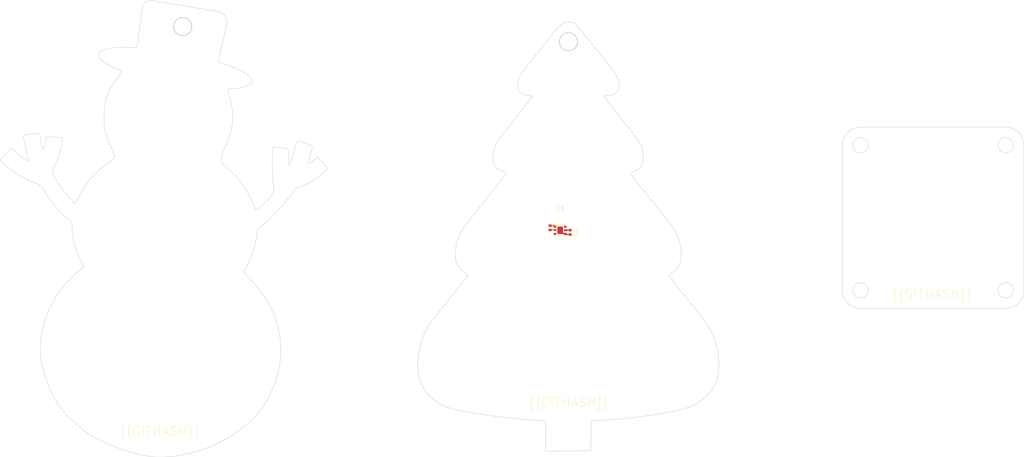
<source format=kicad_pcb>
(kicad_pcb (version 20221018) (generator pcbnew)
  (layers (0 "F.Cu" signal) (31 "B.Cu" signal) (34 "B.Paste" user) (35 "F.Paste" user) (36 "B.SilkS" user "B.Silkscreen") (37 "F.SilkS" user "F.Silkscreen") (38 "B.Mask" user) (39 "F.Mask" user) (44 "Edge.Cuts" user))
  (net 0 "")
  (net 1 "vcc")
  (net 2 "gnd")
  (net 3 "sda")
  (net 4 "scl")
  (footprint "lib:DFN-6_L2.4-W2.4-P0.80-TL-EP" (layer "F.Cu") (at 159.395 100.55)
    (fp_text reference "U1" (at 0 -4.8) (layer "F.SilkS"))
    (fp_text value "")
    (fp_line (start -1.3 -1.3) (end 1.3 -1.3) (stroke (width 0.15)) (layer "F.SilkS"))
    (fp_line (start -1.3 1.3) (end 1.3 1.3) (stroke (width 0.15)) (layer "F.SilkS"))
    (fp_circle (center -1.7 -0.7) (end -1.6 -0.7) (stroke (width 0.1)) (fill none) (layer "F.SilkS"))
    (pad "1" smd rect (at -1.14 -0.8) (size 0.58 0.45) (layers "F.Cu" "F.Paste" "F.Mask") (net 1 "vcc"))
    (pad "2" smd rect (at -1.14 0) (size 0.58 0.45) (layers "F.Cu" "F.Paste" "F.Mask") (net 2 "gnd"))
    (pad "3" smd rect (at -1.14 0.8) (size 0.58 0.45) (layers "F.Cu" "F.Paste" "F.Mask") (net 3 "sda"))
    (pad "4" smd rect (at 1.14 0.8) (size 0.58 0.45) (layers "F.Cu" "F.Paste" "F.Mask") (net 2 "gnd"))
    (pad "5" smd rect (at 1.14 0) (size 0.58 0.45) (layers "F.Cu" "F.Paste" "F.Mask") (net 1 "vcc"))
    (pad "6" smd rect (at 1.14 -0.8) (size 0.58 0.45) (layers "F.Cu" "F.Paste" "F.Mask") (net 4 "scl"))
    (pad "7" smd rect (at 0 0) (size 1.25 1.65) (layers "F.Cu" "F.Paste" "F.Mask") (net 2 "gnd"))
  )
  (footprint "lib:C0402" (layer "F.Cu") (at 157.151861 100.00701 -90)
    (fp_text reference "C2" (at 0 -1.16 90) (layer "F.SilkS"))
    (fp_text value "Multilayer Ceramic Capacitors MLCC - SMD/SMT 1uF 6.3V 0402 RoHS")
    (fp_line (start -0.107836 -0.36) (end 0.107836 -0.36) (stroke (width 0.12)) (layer "F.SilkS"))
    (fp_line (start -0.107836 0.36) (end 0.107836 0.36) (stroke (width 0.12)) (layer "F.SilkS"))
    (pad "1" smd roundrect (at -0.48 0 270) (size 0.56 0.62) (layers "F.Cu" "F.Paste" "F.Mask") (net 1 "vcc"))
    (pad "2" smd roundrect (at 0.48 0 270) (size 0.56 0.62) (layers "F.Cu" "F.Paste" "F.Mask") (net 2 "gnd"))
  )
  (footprint "lib:C0402" (layer "F.Cu") (at 161.628696 101.013782 -90)
    (fp_text reference "C1" (at 0 -1.16 90) (layer "F.SilkS"))
    (fp_text value "Multilayer Ceramic Capacitors MLCC - SMD/SMT 1uF 6.3V 0402 RoHS")
    (fp_line (start -0.107836 -0.36) (end 0.107836 -0.36) (stroke (width 0.12)) (layer "F.SilkS"))
    (fp_line (start -0.107836 0.36) (end 0.107836 0.36) (stroke (width 0.12)) (layer "F.SilkS"))
    (pad "1" smd roundrect (at -0.48 0 270) (size 0.56 0.62) (layers "F.Cu" "F.Paste" "F.Mask") (net 1 "vcc"))
    (pad "2" smd roundrect (at 0.48 0 270) (size 0.56 0.62) (layers "F.Cu" "F.Paste" "F.Mask") (net 2 "gnd"))
  )
  (gr_circle (center 225.62 81.79) (end 227.32 81.79) (stroke (width 0.1)) (fill none) (layer "Edge.Cuts"))
  (gr_circle (center 257.62 113.79) (end 259.32 113.79) (stroke (width 0.1)) (fill none) (layer "Edge.Cuts"))
  (gr_circle (center 257.62 81.79) (end 259.32 81.79) (stroke (width 0.1)) (fill none) (layer "Edge.Cuts"))
  (gr_poly (pts (xy 75.142222 50.797022) (xy 79.756606 51.568267) (xy 82.366969 51.99203) (xy 83.019066 52.095762) (xy 83.303876 52.146979) (xy 83.563537 52.198618) (xy 83.799806 52.251323) (xy 84.01444 52.305736) (xy 84.209196 52.362498) (xy 84.385831 52.422252) (xy 84.546102 52.485641) (xy 84.691766 52.553306) (xy 84.824581 52.62589) (xy 84.946303 52.704035) (xy 85.05869 52.788383) (xy 85.163499 52.879577) (xy 85.262486 52.978258) (xy 85.357409 53.08507) (xy 85.479286 53.234958) (xy 85.586233 53.378736) (xy 85.634185 53.44915) (xy 85.678498 53.519015) (xy 85.719202 53.588656) (xy 85.75633 53.658402) (xy 85.789911 53.728576) (xy 85.819976 53.799506) (xy 85.846558 53.871517) (xy 85.869686 53.944936) (xy 85.889392 54.020089) (xy 85.905707 54.097301) (xy 85.918662 54.176899) (xy 85.928287 54.259209) (xy 85.934615 54.344557) (xy 85.937675 54.433269) (xy 85.937499 54.525672) (xy 85.934119 54.62209) (xy 85.927564 54.722851) (xy 85.917866 54.82828) (xy 85.889166 55.054449) (xy 85.848266 55.303204) (xy 85.795414 55.577155) (xy 85.730859 55.878909) (xy 85.654849 56.211077) (xy 84.878546 59.55341) (xy 84.657875 60.550977) (xy 84.450892 61.532488) (xy 84.331406 62.116419) (xy 84.229648 62.629765) (xy 84.15639 63.017063) (xy 84.122409 63.222849) (xy 84.123062 63.236814) (xy 84.127967 63.251873) (xy 84.137065 63.268001) (xy 84.150302 63.285171) (xy 84.167619 63.303357) (xy 84.188962 63.322534) (xy 84.214273 63.342674) (xy 84.243497 63.363751) (xy 84.313454 63.408613) (xy 84.398381 63.456909) (xy 84.497828 63.50843) (xy 84.611342 63.562966) (xy 84.738473 63.620306) (xy 84.878767 63.680241) (xy 85.031775 63.742561) (xy 85.197043 63.807056) (xy 85.374121 63.873515) (xy 85.562558 63.94173) (xy 85.7619 64.011489) (xy 85.971698 64.082583) (xy 86.585981 64.296029) (xy 87.172975 64.516947) (xy 87.730729 64.744054) (xy 88.257293 64.976069) (xy 88.75072 65.211708) (xy 89.209058 65.449689) (xy 89.63036 65.68873) (xy 90.012676 65.927548) (xy 90.354056 66.16486) (xy 90.652552 66.399385) (xy 90.906214 66.629839) (xy 91.113092 66.85494) (xy 91.271238 67.073405) (xy 91.378702 67.283953) (xy 91.412819 67.385857) (xy 91.433535 67.485301) (xy 91.440605 67.582123) (xy 91.433787 67.676165) (xy 91.41712 67.753004) (xy 91.390362 67.829368) (xy 91.35383 67.905131) (xy 91.307839 67.980165) (xy 91.252707 68.054343) (xy 91.188749 68.12754) (xy 91.116281 68.199626) (xy 91.03562 68.270477) (xy 90.947082 68.339964) (xy 90.850984 68.407961) (xy 90.747641 68.47434) (xy 90.637371 68.538975) (xy 90.520488 68.601739) (xy 90.39731 68.662505) (xy 90.268153 68.721145) (xy 90.133332 68.777534) (xy 89.993165 68.831543) (xy 89.847967 68.883047) (xy 89.543745 68.978027) (xy 89.223197 69.06146) (xy 88.888852 69.132329) (xy 88.54324 69.189618) (xy 88.188892 69.232313) (xy 88.009232 69.24787) (xy 87.828337 69.259397) (xy 87.646523 69.266767) (xy 87.464106 69.269854) (xy 87.202959 69.272042) (xy 86.97453 69.277492) (xy 86.777472 69.288473) (xy 86.690288 69.296746) (xy 86.610443 69.307253) (xy 86.537768 69.320276) (xy 86.472096 69.3361) (xy 86.413258 69.355009) (xy 86.361087 69.377285) (xy 86.315414 69.403211) (xy 86.276071 69.433073) (xy 86.24289 69.467154) (xy 86.215703 69.505736) (xy 86.194342 69.549103) (xy 86.178638 69.59754) (xy 86.168424 69.65133) (xy 86.163532 69.710755) (xy 86.163793 69.776101) (xy 86.169039 69.847649) (xy 86.179102 69.925685) (xy 86.193814 70.010491) (xy 86.236514 70.20155) (xy 86.295792 70.423093) (xy 86.370304 70.677389) (xy 86.458705 70.966708) (xy 86.582128 71.384478) (xy 86.694998 71.803093) (xy 86.797211 72.221567) (xy 86.888665 72.638919) (xy 86.969257 73.054166) (xy 87.038885 73.466323) (xy 87.097447 73.874409) (xy 87.144838 74.277439) (xy 87.180958 74.674432) (xy 87.205702 75.064404) (xy 87.21897 75.446371) (xy 87.220657 75.819352) (xy 87.210662 76.182361) (xy 87.188881 76.534418) (xy 87.155212 76.874538) (xy 87.109553 77.201739) (xy 86.986123 77.871628) (xy 86.830027 78.558912) (xy 86.643845 79.255662) (xy 86.430157 79.953949) (xy 86.19154 80.645848) (xy 85.930575 81.323429) (xy 85.649841 81.978766) (xy 85.351916 82.60393) (xy 85.189192 82.938586) (xy 85.118752 83.093315) (xy 85.055229 83.240939) (xy 84.998352 83.382431) (xy 84.947849 83.518761) (xy 84.903447 83.650903) (xy 84.864875 83.779828) (xy 84.831859 83.906506) (xy 84.804129 84.031911) (xy 84.781412 84.157013) (xy 84.763435 84.282785) (xy 84.749927 84.410197) (xy 84.740615 84.540223) (xy 84.735228 84.673833) (xy 84.733493 84.811999) (xy 84.736223 85.129082) (xy 84.741369 85.261496) (xy 84.750575 85.379459) (xy 84.764997 85.485194) (xy 84.774524 85.534172) (xy 84.785789 85.580928) (xy 84.798934 85.625739) (xy 84.814106 85.668884) (xy 84.831447 85.710641) (xy 84.851104 85.751288) (xy 84.873219 85.791103) (xy 84.897937 85.830364) (xy 84.925403 85.869349) (xy 84.955761 85.908337) (xy 84.989155 85.947605) (xy 85.02573 85.987432) (xy 85.109 86.069873) (xy 85.206725 86.157886) (xy 85.320061 86.253696) (xy 85.598185 86.477602) (xy 86.096863 86.886277) (xy 86.577755 87.306529) (xy 87.04138 87.739064) (xy 87.488258 88.184586) (xy 87.918909 88.6438) (xy 88.333852 89.117412) (xy 88.733607 89.606125) (xy 89.118694 90.110646) (xy 89.489632 90.631678) (xy 89.846941 91.169927) (xy 90.19114 91.726098) (xy 90.52275 92.300895) (xy 90.84229 92.895024) (xy 91.150279 93.509189) (xy 91.447237 94.144095) (xy 91.733683 94.800448) (xy 91.84059 95.047283) (xy 91.945802 95.277558) (xy 92.046625 95.486234) (xy 92.140364 95.668271) (xy 92.224324 95.818627) (xy 92.295813 95.932265) (xy 92.326039 95.973739) (xy 92.352136 96.004143) (xy 92.373767 96.022848) (xy 92.382804 96.027616) (xy 92.390597 96.029223) (xy 92.399173 96.028006) (xy 92.410522 96.024397) (xy 92.441219 96.010237) (xy 92.482045 95.987221) (xy 92.53236 95.955824) (xy 92.591521 95.916524) (xy 92.658887 95.869798) (xy 92.815666 95.755976) (xy 92.997564 95.618173) (xy 93.199447 95.460204) (xy 93.416182 95.285885) (xy 93.642634 95.099032) (xy 93.891007 94.882848) (xy 94.141366 94.648628) (xy 94.390948 94.400061) (xy 94.636991 94.140836) (xy 94.87673 93.874641) (xy 95.107403 93.605164) (xy 95.326247 93.336095) (xy 95.530498 93.071122) (xy 95.717394 92.813933) (xy 95.884171 92.568218) (xy 96.028066 92.337665) (xy 96.146316 92.125962) (xy 96.236159 91.936798) (xy 96.294829 91.773863) (xy 96.311612 91.703383) (xy 96.319566 91.640844) (xy 96.318345 91.586706) (xy 96.307605 91.54143) (xy 96.264441 91.378418) (xy 96.221593 91.121805) (xy 96.138989 90.373142) (xy 96.064068 89.386161) (xy 96.001109 88.251583) (xy 95.954389 87.060129) (xy 95.928186 85.902519) (xy 95.926777 84.869474) (xy 95.95444 84.051714) (xy 96.07471 82.177477) (xy 97.36716 82.304781) (xy 98.13507 82.379263) (xy 98.441266 82.413109) (xy 98.700599 82.449744) (xy 98.916803 82.492956) (xy 99.009898 82.518212) (xy 99.09361 82.546534) (xy 99.168406 82.578395) (xy 99.234753 82.614268) (xy 99.293117 82.654627) (xy 99.343964 82.699946) (xy 99.387763 82.750698) (xy 99.424978 82.807357) (xy 99.456076 82.870396) (xy 99.481525 82.94029) (xy 99.501791 83.017511) (xy 99.51734 83.102533) (xy 99.536155 83.297877) (xy 99.541702 83.530109) (xy 99.537716 83.803018) (xy 99.51607 84.486025) (xy 99.501811 85.019341) (xy 99.495778 85.429631) (xy 99.49953 85.727933) (xy 99.505563 85.838537) (xy 99.514626 85.925284) (xy 99.526915 85.989553) (xy 99.542625 86.032723) (xy 99.551823 86.046828) (xy 99.56195 86.056175) (xy 99.573029 86.060938) (xy 99.585085 86.061289) (xy 99.612224 86.049443) (xy 99.643564 86.022019) (xy 99.679299 85.980395) (xy 99.719623 85.925951) (xy 99.770963 85.835961) (xy 99.83738 85.6921) (xy 100.00736 85.267042) (xy 100.213404 84.699332) (xy 100.439353 84.037526) (xy 100.669049 83.330178) (xy 100.886332 82.625845) (xy 101.075044 81.973082) (xy 101.219027 81.420443) (xy 101.232451 81.367288) (xy 101.246658 81.317349) (xy 101.261814 81.270604) (xy 101.278084 81.227032) (xy 101.295634 81.186611) (xy 101.314631 81.149321) (xy 101.33524 81.115138) (xy 101.357628 81.084043) (xy 101.381959 81.056013) (xy 101.4084 81.031027) (xy 101.437117 81.009064) (xy 101.468275 80.990102) (xy 101.502041 80.974119) (xy 101.538581 80.961095) (xy 101.578059 80.951007) (xy 101.620643 80.943835) (xy 101.666497 80.939556) (xy 101.715788 80.938149) (xy 101.768682 80.939594) (xy 101.825345 80.943867) (xy 101.885942 80.950949) (xy 101.950639 80.960817) (xy 102.019603 80.97345) (xy 102.092998 80.988826) (xy 102.170992 81.006924) (xy 102.253749 81.027723) (xy 102.434219 81.077337) (xy 102.635734 81.137495) (xy 102.859622 81.208025) (xy 103.581471 81.438726) (xy 103.868146 81.535185) (xy 104.108644 81.625316) (xy 104.212356 81.669476) (xy 104.305459 81.713816) (xy 104.388264 81.758923) (xy 104.461082 81.805384) (xy 104.524226 81.853787) (xy 104.578006 81.904719) (xy 104.622735 81.958768) (xy 104.658725 82.01652) (xy 104.686285 82.078563) (xy 104.705729 82.145484) (xy 104.717368 82.217871) (xy 104.721513 82.296311) (xy 104.718476 82.381392) (xy 104.708568 82.4737) (xy 104.692102 82.573823) (xy 104.669388 82.682348) (xy 104.606464 82.926954) (xy 104.522289 83.212218) (xy 104.300158 83.92351) (xy 104.076968 84.658354) (xy 103.993442 84.95378) (xy 103.929762 85.203046) (xy 103.886777 85.407528) (xy 103.865337 85.568604) (xy 103.862962 85.633296) (xy 103.866292 85.687652) (xy 103.875434 85.731846) (xy 103.890492 85.766049) (xy 103.911574 85.790433) (xy 103.938786 85.805172) (xy 103.972234 85.810436) (xy 104.012025 85.806398) (xy 104.058263 85.79323) (xy 104.111056 85.771105) (xy 104.236732 85.700671) (xy 104.3899 85.596472) (xy 104.571411 85.459887) (xy 105.02286 85.095065) (xy 105.918216 84.355181) (xy 106.388476 84.86751) (xy 106.496975 84.987739) (xy 106.625318 85.133369) (xy 106.92254 85.478508) (xy 107.242155 85.858286) (xy 107.546176 86.22806) (xy 108.2336 87.076296) (xy 106.72333 88.254687) (xy 106.031007 88.783192) (xy 105.392025 89.245391) (xy 105.089314 89.453516) (xy 104.796071 89.647331) (xy 104.511007 89.827593) (xy 104.232833 89.995056) (xy 103.960259 90.150478) (xy 103.691998 90.294613) (xy 103.426759 90.428217) (xy 103.163254 90.552046) (xy 102.900193 90.666855) (xy 102.636288 90.773401) (xy 102.370249 90.872439) (xy 102.100787 90.964724) (xy 101.955978 91.013649) (xy 101.818902 91.062832) (xy 101.689432 91.112348) (xy 101.567439 91.162273) (xy 101.452795 91.212683) (xy 101.345371 91.263651) (xy 101.245039 91.315254) (xy 101.151671 91.367567) (xy 101.065138 91.420665) (xy 100.985313 91.474624) (xy 100.912065 91.529517) (xy 100.845269 91.585421) (xy 100.784794 91.642412) (xy 100.730512 91.700563) (xy 100.682296 91.759951) (xy 100.640017 91.82065) (xy 100.313962 92.312951) (xy 99.958065 92.82026) (xy 99.575318 93.339289) (xy 99.168711 93.866747) (xy 98.741234 94.399346) (xy 98.295878 94.933795) (xy 97.835635 95.466804) (xy 97.363494 95.995083) (xy 96.882446 96.515343) (xy 96.395482 97.024295) (xy 95.905593 97.518647) (xy 95.415769 97.995111) (xy 94.929002 98.450396) (xy 94.44828 98.881213) (xy 93.976596 99.284272) (xy 93.51694 99.656283) (xy 93.364132 99.777198) (xy 93.228349 99.887118) (xy 93.108601 99.987555) (xy 93.003899 100.080022) (xy 92.913256 100.166032) (xy 92.835682 100.247098) (xy 92.770188 100.324733) (xy 92.741662 100.362737) (xy 92.715786 100.40045) (xy 92.692435 100.438062) (xy 92.671487 100.475762) (xy 92.652817 100.513738) (xy 92.636302 100.552181) (xy 92.621819 100.591279) (xy 92.609244 100.631221) (xy 92.589322 100.714395) (xy 92.575548 100.803215) (xy 92.566934 100.899195) (xy 92.56249 101.003847) (xy 92.561229 101.118685) (xy 92.548214 101.459191) (xy 92.510172 101.840399) (xy 92.448603 102.257479) (xy 92.365007 102.705605) (xy 92.260885 103.179948) (xy 92.137739 103.675679) (xy 91.997068 104.187971) (xy 91.840373 104.711996) (xy 91.669155 105.242926) (xy 91.484915 105.775933) (xy 91.289154 106.306188) (xy 91.083372 106.828864) (xy 90.86907 107.339132) (xy 90.647749 107.832164) (xy 90.420909 108.303133) (xy 90.190051 108.74721) (xy 89.658061 109.729433) (xy 90.799319 111.025652) (xy 91.552256 111.894452) (xy 92.247519 112.726345) (xy 92.887901 113.52649) (xy 93.476195 114.300047) (xy 94.015193 115.052178) (xy 94.507688 115.788042) (xy 94.956473 116.5128) (xy 95.364341 117.231612) (xy 95.734083 117.949638) (xy 96.068493 118.672038) (xy 96.370364 119.403974) (xy 96.642488 120.150605) (xy 96.887657 120.917091) (xy 97.108665 121.708593) (xy 97.308304 122.530271) (xy 97.489367 123.387286) (xy 97.659586 124.435519) (xy 97.764545 125.512723) (xy 97.805707 126.613102) (xy 97.784533 127.73086) (xy 97.702485 128.860202) (xy 97.561026 129.995332) (xy 97.361618 131.130454) (xy 97.105722 132.259774) (xy 96.794801 133.377494) (xy 96.430316 134.47782) (xy 96.01373 135.554956) (xy 95.546505 136.603107) (xy 95.030102 137.616476) (xy 94.465984 138.589268) (xy 93.855613 139.515689) (xy 93.20045 140.389941) (xy 92.386005 141.350273) (xy 91.510226 142.273552) (xy 90.576227 143.158109) (xy 89.587122 144.002278) (xy 88.546024 144.80439) (xy 87.456048 145.562779) (xy 86.320308 146.275777) (xy 85.141916 146.941716) (xy 83.923988 147.558929) (xy 82.669636 148.125749) (xy 81.381976 148.640508) (xy 80.06412 149.101539) (xy 78.719182 149.507174) (xy 77.350277 149.855747) (xy 75.960518 150.145589) (xy 74.553019 150.375033) (xy 73.862872 150.459306) (xy 73.131633 150.525975) (xy 72.383923 150.574372) (xy 71.644361 150.603827) (xy 70.93757 150.613671) (xy 70.288169 150.603235) (xy 69.720779 150.57185) (xy 69.475532 150.548093) (xy 69.26002 150.518847) (xy 69.260051 150.518832) (xy 67.831835 150.262486) (xy 66.416949 149.953785) (xy 65.016193 149.592984) (xy 63.630368 149.180338) (xy 62.260274 148.716103) (xy 60.90671 148.200532) (xy 59.570477 147.633881) (xy 58.252375 147.016405) (xy 57.283074 146.528505) (xy 56.847829 146.298277) (xy 56.438641 146.072324) (xy 56.050351 145.846994) (xy 55.6778 145.618633) (xy 55.315827 145.383588) (xy 54.959273 145.138205) (xy 54.602979 144.87883) (xy 54.241783 144.601811) (xy 53.870528 144.303492) (xy 53.484054 143.980222) (xy 52.644807 143.244211) (xy 51.682765 142.36455) (xy 51.097036 141.804159) (xy 50.54538 141.238954) (xy 50.025658 140.665073) (xy 49.535731 140.078649) (xy 49.07346 139.475819) (xy 48.636705 138.852719) (xy 48.223328 138.205483) (xy 47.831189 137.530249) (xy 47.458149 136.823151) (xy 47.10207 136.080325) (xy 46.760812 135.297907) (xy 46.432236 134.472032) (xy 46.114202 133.598836) (xy 45.804573 132.674455) (xy 45.501208 131.695024) (xy 45.201968 130.656679) (xy 45.078569 130.147371) (xy 44.978794 129.594224) (xy 44.90231 129.00242) (xy 44.848785 128.377144) (xy 44.817886 127.723579) (xy 44.809281 127.046907) (xy 44.822637 126.352311) (xy 44.857621 125.644974) (xy 44.913901 124.93008) (xy 44.991145 124.212811) (xy 45.089019 123.498351) (xy 45.207191 122.791883) (xy 45.345328 122.098589) (xy 45.503099 121.423652) (xy 45.68017 120.772256) (xy 45.876208 120.149584) (xy 46.005143 119.787909) (xy 46.154924 119.401263) (xy 46.508073 118.570286) (xy 46.917749 117.69111) (xy 47.366047 116.79819) (xy 47.83506 115.92598) (xy 48.306883 115.108937) (xy 48.76361 114.381515) (xy 48.980717 114.062179) (xy 49.187335 113.77817) (xy 49.387433 113.519297) (xy 49.599256 113.255538) (xy 50.056372 112.715109) (xy 50.555279 112.160374) (xy 51.092575 111.594824) (xy 51.664855 111.021952) (xy 52.268718 110.445248) (xy 52.900758 109.868205) (xy 53.557574 109.294314) (xy 54.329783 108.634142) (xy 53.616031 107.110232) (xy 53.390001 106.6154) (xy 53.179365 106.128819) (xy 52.984012 105.650049) (xy 52.803829 105.178652) (xy 52.638704 104.71419) (xy 52.488525 104.256224) (xy 52.353181 103.804315) (xy 52.232559 103.358025) (xy 52.126547 102.916915) (xy 52.035034 102.480548) (xy 51.957906 102.048484) (xy 51.895053 101.620284) (xy 51.846363 101.195511) (xy 51.811722 100.773726) (xy 51.79102 100.35449) (xy 51.784144 99.937365) (xy 51.780657 99.620612) (xy 51.776007 99.482669) (xy 51.769161 99.357285) (xy 51.759927 99.243666) (xy 51.748111 99.141014) (xy 51.733519 99.048534) (xy 51.715958 98.96543) (xy 51.695233 98.890904) (xy 51.671153 98.824161) (xy 51.643523 98.764406) (xy 51.612149 98.71084) (xy 51.576839 98.662669) (xy 51.537399 98.619096) (xy 51.493635 98.579325) (xy 51.445353 98.542559) (xy 51.149902 98.324092) (xy 50.839064 98.073347) (xy 50.514896 97.792628) (xy 50.179453 97.484238) (xy 49.834791 97.150482) (xy 49.482966 96.793665) (xy 49.126033 96.41609) (xy 48.766047 96.020062) (xy 48.405065 95.607885) (xy 48.045142 95.181864) (xy 47.688333 94.744302) (xy 47.336694 94.297504) (xy 46.992281 93.843774) (xy 46.657149 93.385417) (xy 46.333354 92.924737) (xy 46.022952 92.464037) (xy 45.611719 91.844971) (xy 45.279782 91.362091) (xy 45.137757 91.165551) (xy 45.008606 90.995655) (xy 44.89001 90.849933) (xy 44.779654 90.725918) (xy 44.675221 90.621143) (xy 44.574392 90.533138) (xy 44.474852 90.459437) (xy 44.374284 90.397571) (xy 44.27037 90.345073) (xy 44.160793 90.299474) (xy 44.043237 90.258307) (xy 43.915385 90.219103) (xy 43.593888 90.117525) (xy 43.255864 89.996009) (xy 42.903268 89.855657) (xy 42.538058 89.697573) (xy 42.162189 89.522858) (xy 41.777618 89.332616) (xy 41.386301 89.127951) (xy 40.990194 88.909964) (xy 40.591254 88.679759) (xy 40.191438 88.438438) (xy 39.792701 88.187105) (xy 39.396999 87.926862) (xy 39.00629 87.658812) (xy 38.622529 87.384058) (xy 38.247673 87.103703) (xy 37.883677 86.81885) (xy 37.49456 86.502783) (xy 37.131548 86.199554) (xy 36.802586 85.916398) (xy 36.515619 85.660548) (xy 36.278593 85.439239) (xy 36.099452 85.259705) (xy 36.034071 85.187865) (xy 35.986141 85.129182) (xy 35.956654 85.08456) (xy 35.946605 85.054903) (xy 35.948192 85.042433) (xy 35.952903 85.026953) (xy 35.971384 84.987332) (xy 36.001425 84.936776) (xy 36.042403 84.876021) (xy 36.093695 84.805804) (xy 36.154681 84.726859) (xy 36.224736 84.639924) (xy 36.303239 84.545735) (xy 36.389567 84.445026) (xy 36.483097 84.338536) (xy 36.689276 84.11115) (xy 36.916796 83.869466) (xy 37.037003 83.745102) (xy 37.160678 83.619372) (xy 38.374759 82.395922) (xy 39.365809 83.301684) (xy 39.814301 83.698656) (xy 40.266196 84.075272) (xy 40.704205 84.419302) (xy 41.111041 84.718514) (xy 41.469414 84.960676) (xy 41.625024 85.056541) (xy 41.762035 85.133557) (xy 41.878286 85.190195) (xy 41.971615 85.224926) (xy 42.039863 85.236222) (xy 42.063905 85.232603) (xy 42.080867 85.222552) (xy 42.085566 85.215268) (xy 42.089233 85.203934) (xy 42.093537 85.169549) (xy 42.093921 85.120268) (xy 42.090523 85.056964) (xy 42.083485 84.98051) (xy 42.072948 84.891778) (xy 42.059051 84.79164) (xy 42.041937 84.68097) (xy 41.998614 84.43152) (xy 41.944105 84.150408) (xy 41.879534 83.844615) (xy 41.806025 83.52112) (xy 41.578977 82.541169) (xy 41.399614 81.732306) (xy 41.265507 81.079136) (xy 41.174225 80.56626) (xy 41.123338 80.17828) (xy 41.112283 80.026315) (xy 41.110416 79.899799) (xy 41.117432 79.796809) (xy 41.133029 79.71542) (xy 41.156901 79.653706) (xy 41.188746 79.609743) (xy 41.213078 79.592846) (xy 41.252556 79.575085) (xy 41.372962 79.537437) (xy 41.541984 79.497733) (xy 41.751641 79.456905) (xy 42.26094 79.37561) (xy 42.837013 79.301016) (xy 43.416018 79.240586) (xy 43.934111 79.201782) (xy 44.150364 79.192822) (xy 44.327447 79.192067) (xy 44.45738 79.20045) (xy 44.532183 79.218905) (xy 44.538527 79.223215) (xy 44.545097 79.229471) (xy 44.551878 79.23762) (xy 44.558855 79.247608) (xy 44.573336 79.272888) (xy 44.588416 79.304879) (xy 44.603974 79.343154) (xy 44.619887 79.387282) (xy 44.636031 79.436835) (xy 44.652284 79.491383) (xy 44.668525 79.550496) (xy 44.684629 79.613746) (xy 44.700475 79.680703) (xy 44.715939 79.750937) (xy 44.7309 79.82402) (xy 44.745234 79.899521) (xy 44.75882 79.977012) (xy 44.771533 80.056063) (xy 44.946351 81.130774) (xy 45.025944 81.564983) (xy 45.101061 81.931234) (xy 45.172253 82.230134) (xy 45.24007 82.462288) (xy 45.305063 82.628302) (xy 45.336673 82.686696) (xy 45.367783 82.728781) (xy 45.398463 82.754634) (xy 45.428781 82.764331) (xy 45.458807 82.757947) (xy 45.488608 82.735557) (xy 45.518254 82.697238) (xy 45.547814 82.643066) (xy 45.606951 82.487462) (xy 45.666568 82.269351) (xy 45.727218 81.98934) (xy 45.78945 81.648032) (xy 45.853816 81.246035) (xy 46.055377 79.918581) (xy 47.417926 79.96628) (xy 48.109143 79.993687) (xy 48.392021 80.009194) (xy 48.636741 80.027435) (xy 48.846051 80.049559) (xy 49.022696 80.076715) (xy 49.169424 80.110051) (xy 49.288982 80.150717) (xy 49.339431 80.174158) (xy 49.384117 80.199861) (xy 49.423385 80.227972) (xy 49.457577 80.258632) (xy 49.487036 80.291987) (xy 49.512107 80.32818) (xy 49.533132 80.367353) (xy 49.550455 80.409652) (xy 49.575367 80.504197) (xy 49.589592 80.612965) (xy 49.595876 80.737105) (xy 49.596965 80.877764) (xy 49.590289 81.099803) (xy 49.571905 81.336737) (xy 49.542029 81.587807) (xy 49.500879 81.852253) (xy 49.448672 82.129318) (xy 49.385623 82.418243) (xy 49.311951 82.718269) (xy 49.227873 83.028637) (xy 49.133604 83.34859) (xy 49.029362 83.677367) (xy 48.915364 84.014212) (xy 48.791827 84.358364) (xy 48.658967 84.709065) (xy 48.517002 85.065558) (xy 48.366148 85.427082) (xy 48.206622 85.792879) (xy 47.949769 86.374791) (xy 47.755997 86.832451) (xy 47.68104 87.021721) (xy 47.619784 87.188367) (xy 47.571537 87.335205) (xy 47.535609 87.465048) (xy 47.511311 87.580709) (xy 47.497952 87.685002) (xy 47.494842 87.78074) (xy 47.501291 87.870737) (xy 47.516609 87.957807) (xy 47.540106 88.044763) (xy 47.571091 88.134418) (xy 47.608874 88.229586) (xy 47.761079 88.551834) (xy 47.975096 88.939463) (xy 48.241913 89.380584) (xy 48.55252 89.863307) (xy 49.269066 90.905997) (xy 50.052651 91.972411) (xy 50.831193 92.967426) (xy 51.196047 93.408433) (xy 51.532609 93.795921) (xy 51.831869 94.117998) (xy 52.084818 94.362774) (xy 52.282443 94.518359) (xy 52.357694 94.558989) (xy 52.415736 94.572863) (xy 52.426811 94.571375) (xy 52.439084 94.56696) (xy 52.452509 94.559691) (xy 52.467041 94.549641) (xy 52.482633 94.536883) (xy 52.499239 94.521489) (xy 52.516813 94.503532) (xy 52.535309 94.483086) (xy 52.574881 94.435018) (xy 52.617586 94.377866) (xy 52.663055 94.312214) (xy 52.710918 94.238646) (xy 52.760808 94.157745) (xy 52.812354 94.070093) (xy 52.865187 93.976276) (xy 52.918939 93.876875) (xy 52.97324 93.772474) (xy 53.02772 93.663657) (xy 53.082012 93.551007) (xy 53.135745 93.435107) (xy 53.405424 92.869327) (xy 53.69623 92.311615) (xy 54.007442 91.76282) (xy 54.338342 91.223792) (xy 54.688208 90.695381) (xy 55.05632 90.178436) (xy 55.441958 89.673808) (xy 55.844402 89.182347) (xy 56.262932 88.704901) (xy 56.696828 88.242322) (xy 57.145369 87.795459) (xy 57.607836 87.365163) (xy 58.083508 86.952281) (xy 58.571665 86.557666) (xy 59.071586 86.182166) (xy 59.582553 85.826632) (xy 59.914962 85.598282) (xy 60.214172 85.3804) (xy 60.477869 85.17504) (xy 60.595674 85.077698) (xy 60.703732 84.984257) (xy 60.801753 84.894974) (xy 60.889447 84.810106) (xy 60.966524 84.72991) (xy 61.032694 84.654642) (xy 61.087669 84.584559) (xy 61.131158 84.519919) (xy 61.162872 84.460977) (xy 61.182521 84.407992) (xy 61.189444 84.378526) (xy 61.194656 84.347449) (xy 61.198136 84.314702) (xy 61.199864 84.280227) (xy 61.197977 84.205863) (xy 61.188829 84.123892) (xy 61.172254 84.033852) (xy 61.148084 83.935279) (xy 61.116154 83.82771) (xy 61.076297 83.71068) (xy 61.028345 83.583727) (xy 60.972134 83.446388) (xy 60.907495 83.298197) (xy 60.834263 83.138693) (xy 60.75227 82.967412) (xy 60.661351 82.783889) (xy 60.561339 82.587662) (xy 60.452067 82.378268) (xy 60.237971 81.961359) (xy 60.041673 81.555601) (xy 59.862568 81.158484) (xy 59.700049 80.767498) (xy 59.553508 80.380135) (xy 59.422339 79.993885) (xy 59.305935 79.60624) (xy 59.203689 79.21469) (xy 59.114995 78.816725) (xy 59.039245 78.409838) (xy 58.975833 77.991518) (xy 58.924151 77.559256) (xy 58.883594 77.110544) (xy 58.853553 76.642872) (xy 58.833423 76.153731) (xy 58.822596 75.640612) (xy 58.82378 75.019765) (xy 58.843433 74.425285) (xy 58.882591 73.854032) (xy 58.942291 73.302869) (xy 59.023569 72.768658) (xy 59.127459 72.248262) (xy 59.255 71.738542) (xy 59.407225 71.236361) (xy 59.585172 70.73858) (xy 59.789877 70.242062) (xy 60.022374 69.743669) (xy 60.283701 69.240263) (xy 60.574893 68.728705) (xy 60.896986 68.205859) (xy 61.251015 67.668586) (xy 61.638018 67.113749) (xy 61.84244 66.825076) (xy 62.020375 66.566593) (xy 62.17201 66.336298) (xy 62.29753 66.132187) (xy 62.397121 65.95226) (xy 62.470968 65.794512) (xy 62.498296 65.72333) (xy 62.519258 65.656942) (xy 62.533877 65.595098) (xy 62.542176 65.537547) (xy 62.544179 65.484039) (xy 62.539908 65.434323) (xy 62.529387 65.388151) (xy 62.512639 65.34527) (xy 62.489688 65.305431) (xy 62.460556 65.268384) (xy 62.425267 65.233878) (xy 62.383844 65.201662) (xy 62.33631 65.171487) (xy 62.282689 65.143103) (xy 62.157276 65.090703) (xy 62.007792 65.042459) (xy 61.834422 64.996371) (xy 61.657986 64.943069) (xy 61.445562 64.862593) (xy 61.203024 64.758325) (xy 60.93625 64.633653) (xy 60.353499 64.336631) (xy 59.744319 63.998608) (xy 59.155721 63.646664) (xy 58.634716 63.307879) (xy 58.414252 63.151884) (xy 58.228316 63.009334) (xy 58.082783 62.883614) (xy 57.983531 62.778109) (xy 57.869943 62.622242) (xy 57.777351 62.470362) (xy 57.705558 62.322559) (xy 57.654369 62.178917) (xy 57.623588 62.039526) (xy 57.613018 61.904471) (xy 57.622463 61.773839) (xy 57.651728 61.647718) (xy 57.700616 61.526195) (xy 57.768931 61.409356) (xy 57.856477 61.297289) (xy 57.963058 61.190081) (xy 58.088479 61.087819) (xy 58.232542 60.99059) (xy 58.395052 60.89848) (xy 58.575812 60.811578) (xy 58.774627 60.72997) (xy 58.991301 60.653743) (xy 59.225638 60.582984) (xy 59.477441 60.51778) (xy 59.746514 60.458218) (xy 60.032661 60.404385) (xy 60.335687 60.356369) (xy 60.655395 60.314256) (xy 60.991589 60.278134) (xy 61.344073 60.248089) (xy 61.712651 60.224208) (xy 62.097127 60.20658) (xy 62.497305 60.195289) (xy 62.912988 60.190424) (xy 63.343981 60.192072) (xy 63.790088 60.20032) (xy 66.056857 60.258219) (xy 66.273486 58.80189) (xy 66.542465 56.891029) (xy 66.884944 54.341891) (xy 67.190183 52.053843) (xy 67.248082 51.679802) (xy 67.303557 51.37005) (xy 67.359078 51.117137) (xy 67.417116 50.913616) (xy 67.48014 50.752035) (xy 67.55062 50.624945) (xy 67.631027 50.524898) (xy 67.72383 50.444442) (xy 67.831501 50.37613) (xy 67.956508 50.312512) (xy 68.268412 50.169558) (xy 69.100734 49.778315)) (stroke (width 0.1)) (fill none) (layer "Edge.Cuts"))
  (gr_arc (start 261.62 113.79) (mid 260.448427 116.618427) (end 257.62 117.79) (stroke (width 0.1)) (layer "Edge.Cuts"))
  (gr_arc (start 225.62 117.79) (mid 222.791573 116.618427) (end 221.62 113.79) (stroke (width 0.1)) (layer "Edge.Cuts"))
  (gr_line (start 261.62 113.79) (end 261.62 81.79) (stroke (width 0.1)) (layer "Edge.Cuts"))
  (gr_circle (center 161.229974 58.946031) (end 163.229974 58.946031) (stroke (width 0.2)) (fill none) (layer "Edge.Cuts"))
  (gr_line (start 221.62 81.79) (end 221.62 113.79) (stroke (width 0.1)) (layer "Edge.Cuts"))
  (gr_arc (start 257.62 77.79) (mid 260.448427 78.961573) (end 261.62 81.79) (stroke (width 0.1)) (layer "Edge.Cuts"))
  (gr_poly (pts (xy 161.429183 54.643361) (xy 161.588699 54.648976) (xy 161.743405 54.660128) (xy 161.8913 54.67685) (xy 162.030385 54.699174) (xy 162.158659 54.727132) (xy 162.274122 54.760758) (xy 162.374774 54.800082) (xy 162.418214 54.822065) (xy 162.465501 54.850416) (xy 162.517128 54.885713) (xy 162.573587 54.928531) (xy 162.702967 55.039035) (xy 162.857578 55.186538) (xy 163.041357 55.37565) (xy 163.258241 55.610981) (xy 163.512165 55.897139) (xy 163.807067 56.238735) (xy 164.146884 56.640378) (xy 164.53555 57.106678) (xy 164.977005 57.642244) (xy 165.475183 58.251687) (xy 166.657456 59.710639) (xy 168.113864 61.520411) (xy 169.490282 63.25197) (xy 170.562092 64.650979) (xy 170.993296 65.243203) (xy 171.359779 65.7732) (xy 171.665351 66.247941) (xy 171.913823 66.674396) (xy 172.109006 67.059535) (xy 172.254708 67.41033) (xy 172.354741 67.733749) (xy 172.412915 68.036764) (xy 172.433041 68.326344) (xy 172.418927 68.609461) (xy 172.374385 68.893084) (xy 172.303226 69.184183) (xy 172.274597 69.278158) (xy 172.242 69.369887) (xy 172.205507 69.459324) (xy 172.165188 69.546423) (xy 172.121114 69.631137) (xy 172.073357 69.713419) (xy 172.021987 69.793223) (xy 171.967076 69.870502) (xy 171.908694 69.945208) (xy 171.846914 70.017296) (xy 171.781806 70.08672) (xy 171.71344 70.153431) (xy 171.641889 70.217383) (xy 171.567223 70.278531) (xy 171.489513 70.336826) (xy 171.408831 70.392223) (xy 171.325247 70.444674) (xy 171.238833 70.494134) (xy 171.14966 70.540554) (xy 171.057799 70.58389) (xy 170.96332 70.624093) (xy 170.866295 70.661118) (xy 170.766796 70.694917) (xy 170.664893 70.725444) (xy 170.560657 70.752652) (xy 170.45416 70.776495) (xy 170.345472 70.796926) (xy 170.234664 70.813898) (xy 170.121809 70.827364) (xy 170.006976 70.837278) (xy 169.890237 70.843593) (xy 169.771663 70.846262) (xy 169.726607 70.847177) (xy 169.681188 70.849133) (xy 169.590479 70.855957) (xy 169.501974 70.8663) (xy 169.418107 70.879728) (xy 169.378675 70.887463) (xy 169.341315 70.895806) (xy 169.306334 70.904703) (xy 169.274034 70.9141) (xy 169.244721 70.923942) (xy 169.218699 70.934176) (xy 169.196272 70.944746) (xy 169.177745 70.955599) (xy 169.171643 70.965792) (xy 169.172154 70.983757) (xy 169.17922 71.009417) (xy 169.192785 71.042693) (xy 169.239181 71.131786) (xy 169.310885 71.250417) (xy 169.407439 71.397965) (xy 169.528385 71.573811) (xy 169.673265 71.777334) (xy 169.841623 72.007915) (xy 170.246938 72.547768) (xy 170.740668 73.18841) (xy 171.319154 73.924882) (xy 171.978732 74.752222) (xy 174.641332 78.093405) (xy 175.537111 79.246786) (xy 176.200008 80.134787) (xy 176.673118 80.816979) (xy 176.99954 81.352933) (xy 177.222371 81.802218) (xy 177.384708 82.224406) (xy 177.462833 82.472098) (xy 177.531331 82.72855) (xy 177.59016 82.991701) (xy 177.639284 83.259489) (xy 177.678662 83.529854) (xy 177.708257 83.800735) (xy 177.728028 84.070071) (xy 177.737937 84.335802) (xy 177.737946 84.595867) (xy 177.728014 84.848205) (xy 177.708104 85.090755) (xy 177.678176 85.321456) (xy 177.638191 85.538248) (xy 177.588111 85.739069) (xy 177.527896 85.92186) (xy 177.457507 86.084559) (xy 177.391656 86.207668) (xy 177.318059 86.327563) (xy 177.236853 86.444134) (xy 177.148173 86.557272) (xy 177.052156 86.666869) (xy 176.948938 86.772814) (xy 176.838657 86.874999) (xy 176.721448 86.973315) (xy 176.597448 87.067652) (xy 176.466794 87.157903) (xy 176.32962 87.243956) (xy 176.186065 87.325705) (xy 176.036265 87.403039) (xy 175.880355 87.475849) (xy 175.718473 87.544027) (xy 175.550754 87.607462) (xy 175.482045 87.632835) (xy 175.415483 87.658969) (xy 175.351405 87.685667) (xy 175.290146 87.712731) (xy 175.23204 87.739963) (xy 175.177423 87.767164) (xy 175.126631 87.794136) (xy 175.079997 87.820681) (xy 175.037859 87.846601) (xy 175.00055 87.871698) (xy 174.968407 87.895773) (xy 174.941764 87.918629) (xy 174.920956 87.940066) (xy 174.90632 87.959888) (xy 174.898189 87.977896) (xy 174.896668 87.986157) (xy 174.8969 87.993891) (xy 174.922027 88.037315) (xy 174.991394 88.135797) (xy 175.25375 88.486297) (xy 176.209258 89.720013) (xy 177.617844 91.508896) (xy 179.333926 93.666804) (xy 181.092323 95.879526) (xy 182.616098 97.817656) (xy 183.742073 99.272256) (xy 184.307071 100.034388) (xy 184.515284 100.360502) (xy 184.7117 100.694247) (xy 184.896111 101.034954) (xy 185.068309 101.381957) (xy 185.228084 101.734588) (xy 185.375229 102.092181) (xy 185.509535 102.454068) (xy 185.630794 102.819582) (xy 185.738797 103.188056) (xy 185.833335 103.558822) (xy 185.914201 103.931214) (xy 185.981186 104.304563) (xy 186.034081 104.678204) (xy 186.072678 105.051468) (xy 186.096768 105.423689) (xy 186.106143 105.794199) (xy 186.105091 106.172735) (xy 186.095928 106.491761) (xy 186.087599 106.633067) (xy 186.076394 106.764426) (xy 186.062032 106.887483) (xy 186.044229 107.003882) (xy 186.022703 107.115265) (xy 185.997171 107.223277) (xy 185.967351 107.329562) (xy 185.932961 107.435763) (xy 185.893716 107.543524) (xy 185.849336 107.654488) (xy 185.744037 107.892603) (xy 185.654537 108.079442) (xy 185.563285 108.257402) (xy 185.469989 108.426825) (xy 185.374358 108.588053) (xy 185.276102 108.741425) (xy 185.174928 108.887283) (xy 185.070547 109.025968) (xy 184.962667 109.15782) (xy 184.850997 109.283181) (xy 184.735246 109.402392) (xy 184.615122 109.515794) (xy 184.490336 109.623727) (xy 184.360596 109.726532) (xy 184.22561 109.824551) (xy 184.085088 109.918125) (xy 183.938739 110.007593) (xy 183.810996 110.084401) (xy 183.691836 110.159793) (xy 183.583867 110.231854) (xy 183.489696 110.298666) (xy 183.41193 110.358313) (xy 183.380014 110.384851) (xy 183.353176 110.408878) (xy 183.331744 110.430155) (xy 183.316042 110.448443) (xy 183.306397 110.463502) (xy 183.303947 110.469746) (xy 183.303134 110.475092) (xy 183.318272 110.503511) (xy 183.362609 110.567965) (xy 183.532916 110.797359) (xy 183.802115 111.148045) (xy 184.158269 111.604794) (xy 185.08369 112.775559) (xy 186.213672 114.187815) (xy 189.362188 118.120691) (xy 190.402126 119.447898) (xy 191.169656 120.462983) (xy 191.727633 121.251467) (xy 192.13891 121.898876) (xy 192.466342 122.490732) (xy 192.772785 123.112559) (xy 193.051147 123.726705) (xy 193.303988 124.346147) (xy 193.531154 124.969731) (xy 193.732492 125.596305) (xy 193.907848 126.224716) (xy 194.05707 126.853811) (xy 194.180003 127.482437) (xy 194.276494 128.109442) (xy 194.346391 128.733673) (xy 194.389538 129.353977) (xy 194.405784 129.969202) (xy 194.394974 130.578194) (xy 194.356955 131.1798) (xy 194.291575 131.772869) (xy 194.198678 132.356247) (xy 194.078113 132.928782) (xy 193.929544 133.476781) (xy 193.74781 134.009233) (xy 193.533455 134.525547) (xy 193.287022 135.025131) (xy 193.009057 135.507395) (xy 192.700103 135.971748) (xy 192.360704 136.4176) (xy 191.991405 136.844359) (xy 191.592749 137.251434) (xy 191.165282 137.638235) (xy 190.709547 138.004171) (xy 190.226087 138.348651) (xy 189.715449 138.671084) (xy 189.178175 138.970879) (xy 188.61481 139.247446) (xy 188.025897 139.500193) (xy 187.387382 139.730873) (xy 186.62691 139.962173) (xy 185.752713 140.192844) (xy 184.773022 140.421641) (xy 182.530085 140.868622) (xy 179.96395 141.293139) (xy 177.140466 141.685214) (xy 174.125485 142.034872) (xy 170.984858 142.332135) (xy 167.784435 142.567026) (xy 166.231372 142.664027) (xy 166.19247 145.936793) (xy 166.153667 149.209559) (xy 161.14812 149.247553) (xy 156.142551 149.285548) (xy 156.211231 145.955256) (xy 156.23825 144.264273) (xy 156.238691 143.682086) (xy 156.22939 143.24944) (xy 156.209575 142.946836) (xy 156.195482 142.838207) (xy 156.178471 142.754778) (xy 156.158445 142.69411) (xy 156.135307 142.653767) (xy 156.108961 142.631312) (xy 156.079311 142.624308) (xy 155.214992 142.57575) (xy 153.588337 142.458798) (xy 151.746032 142.31468) (xy 150.23476 142.184626) (xy 147.951424 141.950142) (xy 145.645248 141.676286) (xy 143.382545 141.373503) (xy 141.229626 141.052239) (xy 139.252805 140.722941) (xy 137.518395 140.396054) (xy 136.092708 140.082025) (xy 135.042056 139.7913) (xy 134.381421 139.556594) (xy 133.752014 139.295735) (xy 133.153989 139.00888) (xy 132.587501 138.696185) (xy 132.052705 138.357807) (xy 131.549756 137.993902) (xy 131.078809 137.604627) (xy 130.64002 137.190138) (xy 130.233542 136.750592) (xy 129.859531 136.286146) (xy 129.518141 135.796955) (xy 129.209529 135.283176) (xy 128.933847 134.744967) (xy 128.691252 134.182482) (xy 128.481899 133.59588) (xy 128.305942 132.985316) (xy 128.169056 132.349397) (xy 128.072975 131.677754) (xy 128.016707 130.975694) (xy 127.999256 130.248525) (xy 128.019631 129.501555) (xy 128.076838 128.740093) (xy 128.169883 127.969445) (xy 128.297773 127.19492) (xy 128.459515 126.421826) (xy 128.654115 125.65547) (xy 128.880581 124.901161) (xy 129.137918 124.164206) (xy 129.425134 123.449914) (xy 129.741235 122.763591) (xy 130.085228 122.110547) (xy 130.456119 121.496088) (xy 130.678839 121.176405) (xy 131.044408 120.681658) (xy 131.533542 120.036727) (xy 132.126955 119.266491) (xy 133.549488 117.449628) (xy 135.157733 115.430109) (xy 139.156955 110.449519) (xy 138.361812 109.926661) (xy 138.191303 109.808793) (xy 138.024907 109.682349) (xy 137.863136 109.547997) (xy 137.706502 109.406407) (xy 137.555518 109.258246) (xy 137.410696 109.104183) (xy 137.27255 108.944887) (xy 137.141591 108.781027) (xy 137.018333 108.613271) (xy 136.903287 108.442289) (xy 136.796967 108.268748) (xy 136.699885 108.093317) (xy 136.612554 107.916666) (xy 136.535485 107.739462) (xy 136.469192 107.562375) (xy 136.414188 107.386072) (xy 136.393025 107.303561) (xy 136.373683 107.213821) (xy 136.356172 107.117074) (xy 136.340506 107.013541) (xy 136.326696 106.903442) (xy 136.314755 106.786999) (xy 136.296527 106.535963) (xy 136.28592 106.262201) (xy 136.28303 105.96748) (xy 136.287955 105.653567) (xy 136.300792 105.32223) (xy 136.322244 104.998512) (xy 136.354436 104.675622) (xy 136.397314 104.353731) (xy 136.450821 104.033012) (xy 136.514903 103.713637) (xy 136.589505 103.395777) (xy 136.67457 103.079605) (xy 136.770045 102.765293) (xy 136.875873 102.453014) (xy 136.991999 102.142939) (xy 137.118369 101.83524) (xy 137.254926 101.53009) (xy 137.401615 101.227661) (xy 137.558383 100.928125) (xy 137.725172 100.631653) (xy 137.901927 100.338419) (xy 138.126212 100.011097) (xy 138.51292 99.483877) (xy 139.040899 98.784161) (xy 139.688993 97.939352) (xy 141.260913 95.92407) (xy 143.059451 93.657252) (xy 146.236175 89.672407) (xy 147.202546 88.449633) (xy 147.557468 87.987986) (xy 147.556054 87.984938) (xy 147.551858 87.980582) (xy 147.535398 87.968089) (xy 147.508643 87.9508) (xy 147.472146 87.929003) (xy 147.372145 87.873051) (xy 147.239832 87.802557) (xy 147.079641 87.719846) (xy 146.896006 87.62724) (xy 146.693363 87.527063) (xy 146.476146 87.421641) (xy 146.164445 87.267635) (xy 146.029652 87.197126) (xy 145.907363 87.129704) (xy 145.796428 87.064435) (xy 145.695696 87.000386) (xy 145.604016 86.936623) (xy 145.520238 86.872216) (xy 145.443212 86.806229) (xy 145.371787 86.737731) (xy 145.304812 86.665788) (xy 145.241137 86.589467) (xy 145.179611 86.507836) (xy 145.119084 86.419962) (xy 145.058406 86.324911) (xy 144.996425 86.221751) (xy 144.936178 86.116882) (xy 144.882127 86.017884) (xy 144.833953 85.923336) (xy 144.791331 85.831816) (xy 144.753942 85.741904) (xy 144.721463 85.652177) (xy 144.693573 85.561215) (xy 144.669949 85.467596) (xy 144.65027 85.3699) (xy 144.634215 85.266704) (xy 144.621462 85.156587) (xy 144.611688 85.038128) (xy 144.604572 84.909906) (xy 144.599793 84.7705) (xy 144.597029 84.618488) (xy 144.595958 84.452448) (xy 144.599628 84.195279) (xy 144.611925 83.944089) (xy 144.633095 83.698112) (xy 144.663381 83.456583) (xy 144.703029 83.218738) (xy 144.752282 82.983811) (xy 144.811387 82.751037) (xy 144.880586 82.519652) (xy 144.960125 82.28889) (xy 145.050249 82.057986) (xy 145.151202 81.826176) (xy 145.26323 81.592694) (xy 145.386575 81.356776) (xy 145.521483 81.117655) (xy 145.6682 80.874568) (xy 145.826969 80.626749) (xy 146.032392 80.333611) (xy 146.358724 79.892071) (xy 147.30702 78.650511) (xy 148.537667 77.075522) (xy 149.916477 75.340556) (xy 151.237226 73.678901) (xy 152.309769 72.303534) (xy 153.024068 71.357417) (xy 153.212489 71.090004) (xy 153.258499 71.015527) (xy 153.270084 70.983515) (xy 153.265966 70.978423) (xy 153.259854 70.973183) (xy 153.251803 70.967809) (xy 153.241867 70.96231) (xy 153.216558 70.950987) (xy 153.184364 70.939307) (xy 153.14572 70.927361) (xy 153.101062 70.915241) (xy 153.050827 70.903038) (xy 152.995449 70.890845) (xy 152.935366 70.878753) (xy 152.871013 70.866854) (xy 152.802825 70.855239) (xy 152.73124 70.844002) (xy 152.656692 70.833232) (xy 152.579618 70.823023) (xy 152.500454 70.813465) (xy 152.419635 70.804652) (xy 152.231149 70.781807) (xy 152.048915 70.752885) (xy 151.873161 70.717993) (xy 151.704112 70.677241) (xy 151.541996 70.63074) (xy 151.387039 70.578598) (xy 151.239467 70.520925) (xy 151.099507 70.457831) (xy 150.967385 70.389425) (xy 150.843329 70.315816) (xy 150.727564 70.237115) (xy 150.620318 70.153431) (xy 150.521817 70.064872) (xy 150.432287 69.97155) (xy 150.351955 69.873574) (xy 150.281047 69.771052) (xy 150.239903 69.703254) (xy 150.203083 69.636552) (xy 150.170436 69.569895) (xy 150.141808 69.502228) (xy 150.117043 69.432499) (xy 150.095989 69.359654) (xy 150.078492 69.282642) (xy 150.064398 69.200408) (xy 150.053553 69.111901) (xy 150.045804 69.016066) (xy 150.040997 68.911851) (xy 150.038978 68.798203) (xy 150.039593 68.674069) (xy 150.042688 68.538396) (xy 150.04811 68.39013) (xy 150.055705 68.22822) (xy 150.072415 67.962758) (xy 150.098332 67.715002) (xy 150.116664 67.59479) (xy 150.139604 67.475438) (xy 150.16792 67.355755) (xy 150.202381 67.234552) (xy 150.243756 67.110641) (xy 150.292814 66.982832) (xy 150.350322 66.849936) (xy 150.41705 66.710763) (xy 150.493766 66.564125) (xy 150.58124 66.408832) (xy 150.680239 66.243695) (xy 150.791532 66.067525) (xy 150.915888 65.879133) (xy 151.054076 65.677329) (xy 151.375022 65.228731) (xy 151.760519 64.712216) (xy 152.216716 64.11827) (xy 152.749763 63.437382) (xy 153.365808 62.660036) (xy 154.871494 60.777918) (xy 157.351611 57.70227) (xy 158.182147 56.694478) (xy 158.801918 55.969401) (xy 159.257611 55.474061) (xy 159.595914 55.15548) (xy 159.735634 55.045918) (xy 159.863513 54.960679) (xy 160.107097 54.83668) (xy 160.2199 54.793912) (xy 160.345893 54.756391) (xy 160.483077 54.724149) (xy 160.629452 54.697218) (xy 160.783018 54.67563) (xy 160.941774 54.659418) (xy 161.10372 54.648615) (xy 161.266857 54.643252)) (stroke (width 0.1)) (fill none) (layer "Edge.Cuts"))
  (gr_line (start 257.62 77.79) (end 225.62 77.79) (stroke (width 0.1)) (layer "Edge.Cuts"))
  (gr_arc (start 221.62 81.79) (mid 222.791573 78.961573) (end 225.62 77.79) (stroke (width 0.1)) (layer "Edge.Cuts"))
  (gr_circle (center 225.62 113.79) (end 227.32 113.79) (stroke (width 0.1)) (fill none) (layer "Edge.Cuts"))
  (gr_circle (center 76.165146 55.61107) (end 78.165146 55.61107) (stroke (width 0.2)) (fill none) (layer "Edge.Cuts"))
  (gr_line (start 225.62 117.79) (end 257.62 117.79) (stroke (width 0.1)) (layer "Edge.Cuts"))
  (gr_text "{{GITHASH}}" (at 152.4 139.7) (layer "F.SilkS") (effects (font (size 2 2) (thickness 0.1)) (justify left bottom)))
  (gr_text "{{GITHASH}}" (at 62.23 146.05) (layer "F.SilkS") (effects (font (size 2 2) (thickness 0.1)) (justify left bottom)))
  (gr_text "{{GITHASH}}" (at 232.508427 115.791573) (layer "F.SilkS") (effects (font (size 2 2) (thickness 0.1)) (justify left bottom)))
  (segment (start 160.551218 100.533782) (end 160.535 100.55) (width 0.25) (layer "F.Cu") (net 1))
  (segment (start 157.151861 99.52701) (end 158.03201 99.52701) (width 0.25) (layer "F.Cu") (net 1))
  (segment (start 158.03201 99.52701) (end 158.255 99.75) (width 0.25) (layer "F.Cu") (net 1))
  (segment (start 161.628696 100.533782) (end 160.551218 100.533782) (width 0.25) (layer "F.Cu") (net 1))
  (segment (start 160.535 101.35) (end 160.195 101.35) (width 0.25) (layer "F.Cu") (net 2))
  (segment (start 161.628696 101.493782) (end 160.678782 101.493782) (width 0.25) (layer "F.Cu") (net 2))
  (segment (start 159.395 100.55) (end 158.255 100.55) (width 0.25) (layer "F.Cu") (net 2))
  (segment (start 157.151861 100.48701) (end 158.19201 100.48701) (width 0.25) (layer "F.Cu") (net 2))
  (segment (start 160.195 101.35) (end 159.395 100.55) (width 0.25) (layer "F.Cu") (net 2))
  (segment (start 158.19201 100.48701) (end 158.255 100.55) (width 0.25) (layer "F.Cu") (net 2))
  (segment (start 160.678782 101.493782) (end 160.535 101.35) (width 0.25) (layer "F.Cu") (net 2))
)
</source>
